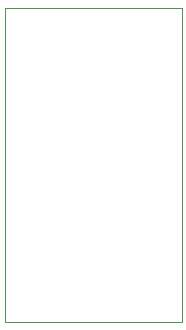
<source format=gbr>
%TF.GenerationSoftware,KiCad,Pcbnew,9.0.4-9.0.4-0~ubuntu22.04.1*%
%TF.CreationDate,2025-08-28T19:05:07+08:00*%
%TF.ProjectId,LoRa-TW,4c6f5261-2d54-4572-9e6b-696361645f70,0.1*%
%TF.SameCoordinates,Original*%
%TF.FileFunction,Profile,NP*%
%FSLAX46Y46*%
G04 Gerber Fmt 4.6, Leading zero omitted, Abs format (unit mm)*
G04 Created by KiCad (PCBNEW 9.0.4-9.0.4-0~ubuntu22.04.1) date 2025-08-28 19:05:07*
%MOMM*%
%LPD*%
G01*
G04 APERTURE LIST*
%TA.AperFunction,Profile*%
%ADD10C,0.050000*%
%TD*%
G04 APERTURE END LIST*
D10*
X147070000Y-87700000D02*
X162070000Y-87700000D01*
X162070000Y-114300000D01*
X147070000Y-114300000D01*
X147070000Y-87700000D01*
M02*

</source>
